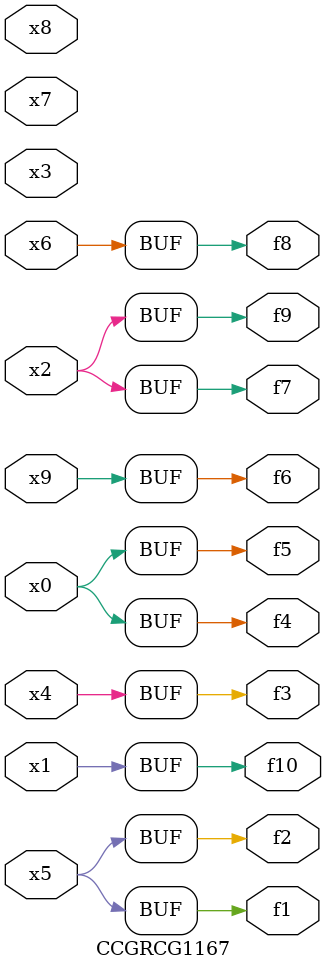
<source format=v>
module CCGRCG1167(
	input x0, x1, x2, x3, x4, x5, x6, x7, x8, x9,
	output f1, f2, f3, f4, f5, f6, f7, f8, f9, f10
);
	assign f1 = x5;
	assign f2 = x5;
	assign f3 = x4;
	assign f4 = x0;
	assign f5 = x0;
	assign f6 = x9;
	assign f7 = x2;
	assign f8 = x6;
	assign f9 = x2;
	assign f10 = x1;
endmodule

</source>
